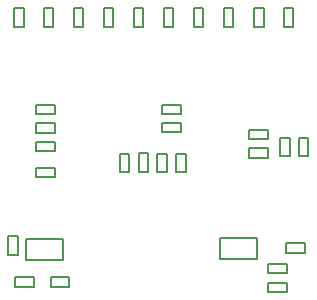
<source format=gbr>
G04 #@! TF.FileFunction,Other,Fab,Bot*
%FSLAX46Y46*%
G04 Gerber Fmt 4.6, Leading zero omitted, Abs format (unit mm)*
G04 Created by KiCad (PCBNEW 4.0.4-stable) date Wednesday, May 10, 2017 'PMt' 03:49:53 PM*
%MOMM*%
%LPD*%
G01*
G04 APERTURE LIST*
%ADD10C,0.100000*%
%ADD11C,0.150000*%
G04 APERTURE END LIST*
D10*
D11*
X57998260Y-63981280D02*
X57998260Y-63181280D01*
X56398260Y-63981280D02*
X57998260Y-63981280D01*
X56398260Y-63181280D02*
X56398260Y-63981280D01*
X57998260Y-63181280D02*
X56398260Y-63181280D01*
X57998260Y-65566240D02*
X57998260Y-64766240D01*
X56398260Y-65566240D02*
X57998260Y-65566240D01*
X56398260Y-64766240D02*
X56398260Y-65566240D01*
X57998260Y-64766240D02*
X56398260Y-64766240D01*
X47396500Y-51263600D02*
X47396500Y-52063600D01*
X48996500Y-51263600D02*
X47396500Y-51263600D01*
X48996500Y-52063600D02*
X48996500Y-51263600D01*
X47396500Y-52063600D02*
X48996500Y-52063600D01*
X47396500Y-49701500D02*
X47396500Y-50501500D01*
X48996500Y-49701500D02*
X47396500Y-49701500D01*
X48996500Y-50501500D02*
X48996500Y-49701500D01*
X47396500Y-50501500D02*
X48996500Y-50501500D01*
X36563200Y-65119200D02*
X36563200Y-64319200D01*
X34963200Y-65119200D02*
X36563200Y-65119200D01*
X34963200Y-64319200D02*
X34963200Y-65119200D01*
X36563200Y-64319200D02*
X34963200Y-64319200D01*
X35210700Y-60833100D02*
X34410700Y-60833100D01*
X35210700Y-62433100D02*
X35210700Y-60833100D01*
X34410700Y-62433100D02*
X35210700Y-62433100D01*
X34410700Y-60833100D02*
X34410700Y-62433100D01*
X37973100Y-64319200D02*
X37973100Y-65119200D01*
X39573100Y-64319200D02*
X37973100Y-64319200D01*
X39573100Y-65119200D02*
X39573100Y-64319200D01*
X37973100Y-65119200D02*
X39573100Y-65119200D01*
X48602125Y-55447462D02*
X49402125Y-55447462D01*
X48602125Y-53847462D02*
X48602125Y-55447462D01*
X49402125Y-53847462D02*
X48602125Y-53847462D01*
X49402125Y-55447462D02*
X49402125Y-53847462D01*
X47001925Y-55447462D02*
X47801925Y-55447462D01*
X47001925Y-53847462D02*
X47001925Y-55447462D01*
X47801925Y-53847462D02*
X47001925Y-53847462D01*
X47801925Y-55447462D02*
X47801925Y-53847462D01*
X45424923Y-55438801D02*
X46224923Y-55438801D01*
X45424923Y-53838801D02*
X45424923Y-55438801D01*
X46224923Y-53838801D02*
X45424923Y-53838801D01*
X46224923Y-55438801D02*
X46224923Y-53838801D01*
X43824724Y-55451501D02*
X44624724Y-55451501D01*
X43824724Y-53851501D02*
X43824724Y-55451501D01*
X44624724Y-53851501D02*
X43824724Y-53851501D01*
X44624724Y-55451501D02*
X44624724Y-53851501D01*
X57950200Y-61461700D02*
X57950200Y-62261700D01*
X59550200Y-61461700D02*
X57950200Y-61461700D01*
X59550200Y-62261700D02*
X59550200Y-61461700D01*
X57950200Y-62261700D02*
X59550200Y-62261700D01*
X38220600Y-41516400D02*
X37420600Y-41516400D01*
X38220600Y-43116400D02*
X38220600Y-41516400D01*
X37420600Y-43116400D02*
X38220600Y-43116400D01*
X37420600Y-41516400D02*
X37420600Y-43116400D01*
X43287900Y-41554500D02*
X42487900Y-41554500D01*
X43287900Y-43154500D02*
X43287900Y-41554500D01*
X42487900Y-43154500D02*
X43287900Y-43154500D01*
X42487900Y-41554500D02*
X42487900Y-43154500D01*
X35718700Y-41529100D02*
X34918700Y-41529100D01*
X35718700Y-43129100D02*
X35718700Y-41529100D01*
X34918700Y-43129100D02*
X35718700Y-43129100D01*
X34918700Y-41529100D02*
X34918700Y-43129100D01*
X40760600Y-41529100D02*
X39960600Y-41529100D01*
X40760600Y-43129100D02*
X40760600Y-41529100D01*
X39960600Y-43129100D02*
X40760600Y-43129100D01*
X39960600Y-41529100D02*
X39960600Y-43129100D01*
X45827900Y-41554500D02*
X45027900Y-41554500D01*
X45827900Y-43154500D02*
X45827900Y-41554500D01*
X45027900Y-43154500D02*
X45827900Y-43154500D01*
X45027900Y-41554500D02*
X45027900Y-43154500D01*
X56367580Y-54181960D02*
X56367580Y-53381960D01*
X54767580Y-54181960D02*
X56367580Y-54181960D01*
X54767580Y-53381960D02*
X54767580Y-54181960D01*
X56367580Y-53381960D02*
X54767580Y-53381960D01*
X56352340Y-52612240D02*
X56352340Y-51812240D01*
X54752340Y-52612240D02*
X56352340Y-52612240D01*
X54752340Y-51812240D02*
X54752340Y-52612240D01*
X56352340Y-51812240D02*
X54752340Y-51812240D01*
X58235800Y-52489200D02*
X57435800Y-52489200D01*
X58235800Y-54089200D02*
X58235800Y-52489200D01*
X57435800Y-54089200D02*
X58235800Y-54089200D01*
X57435800Y-52489200D02*
X57435800Y-54089200D01*
X59810600Y-52489200D02*
X59010600Y-52489200D01*
X59810600Y-54089200D02*
X59810600Y-52489200D01*
X59010600Y-54089200D02*
X59810600Y-54089200D01*
X59010600Y-52489200D02*
X59010600Y-54089200D01*
X57740600Y-43154500D02*
X58540600Y-43154500D01*
X57740600Y-41554500D02*
X57740600Y-43154500D01*
X58540600Y-41554500D02*
X57740600Y-41554500D01*
X58540600Y-43154500D02*
X58540600Y-41554500D01*
X52635200Y-43154500D02*
X53435200Y-43154500D01*
X52635200Y-41554500D02*
X52635200Y-43154500D01*
X53435200Y-41554500D02*
X52635200Y-41554500D01*
X53435200Y-43154500D02*
X53435200Y-41554500D01*
X47580600Y-43154500D02*
X48380600Y-43154500D01*
X47580600Y-41554500D02*
X47580600Y-43154500D01*
X48380600Y-41554500D02*
X47580600Y-41554500D01*
X48380600Y-43154500D02*
X48380600Y-41554500D01*
X55238700Y-43154500D02*
X56038700Y-43154500D01*
X55238700Y-41554500D02*
X55238700Y-43154500D01*
X56038700Y-41554500D02*
X55238700Y-41554500D01*
X56038700Y-43154500D02*
X56038700Y-41554500D01*
X50120600Y-43154500D02*
X50920600Y-43154500D01*
X50120600Y-41554500D02*
X50120600Y-43154500D01*
X50920600Y-41554500D02*
X50120600Y-41554500D01*
X50920600Y-43154500D02*
X50920600Y-41554500D01*
X36779300Y-51276300D02*
X36779300Y-52076300D01*
X38379300Y-51276300D02*
X36779300Y-51276300D01*
X38379300Y-52076300D02*
X38379300Y-51276300D01*
X36779300Y-52076300D02*
X38379300Y-52076300D01*
X38379300Y-55848200D02*
X38379300Y-55048200D01*
X36779300Y-55848200D02*
X38379300Y-55848200D01*
X36779300Y-55048200D02*
X36779300Y-55848200D01*
X38379300Y-55048200D02*
X36779300Y-55048200D01*
X38379300Y-53663800D02*
X38379300Y-52863800D01*
X36779300Y-53663800D02*
X38379300Y-53663800D01*
X36779300Y-52863800D02*
X36779300Y-53663800D01*
X38379300Y-52863800D02*
X36779300Y-52863800D01*
X36779300Y-49714200D02*
X36779300Y-50514200D01*
X38379300Y-49714200D02*
X36779300Y-49714200D01*
X38379300Y-50514200D02*
X38379300Y-49714200D01*
X36779300Y-50514200D02*
X38379300Y-50514200D01*
X38989600Y-61088700D02*
X38989600Y-62888700D01*
X38989600Y-62888700D02*
X35889600Y-62888700D01*
X35889600Y-61088700D02*
X35889600Y-62888700D01*
X38989600Y-61088700D02*
X35889600Y-61088700D01*
X55441180Y-60989640D02*
X55441180Y-62789640D01*
X55441180Y-62789640D02*
X52341180Y-62789640D01*
X52341180Y-60989640D02*
X52341180Y-62789640D01*
X55441180Y-60989640D02*
X52341180Y-60989640D01*
M02*

</source>
